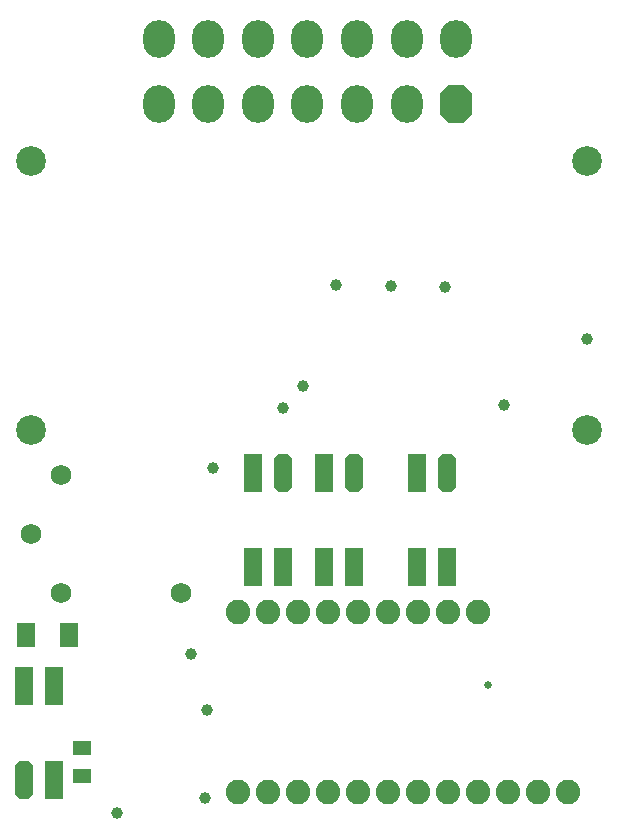
<source format=gts>
%FSLAX23Y23*%
%MOIN*%
G70*
G01*
G75*
G04 Layer_Color=8388736*
G04:AMPARAMS|DCode=10|XSize=51mil|YSize=118mil|CornerRadius=0mil|HoleSize=0mil|Usage=FLASHONLY|Rotation=0.000|XOffset=0mil|YOffset=0mil|HoleType=Round|Shape=Octagon|*
%AMOCTAGOND10*
4,1,8,-0.013,0.059,0.013,0.059,0.026,0.046,0.026,-0.046,0.013,-0.059,-0.013,-0.059,-0.026,-0.046,-0.026,0.046,-0.013,0.059,0.0*
%
%ADD10OCTAGOND10*%

%ADD11R,0.051X0.118*%
%ADD12R,0.051X0.073*%
%ADD13R,0.055X0.043*%
%ADD14C,0.059*%
%ADD15C,0.039*%
%ADD16C,0.020*%
%ADD17C,0.030*%
%ADD18C,0.020*%
%ADD19C,0.157*%
%ADD20C,0.010*%
%ADD21C,0.074*%
%ADD22O,0.098X0.118*%
G04:AMPARAMS|DCode=23|XSize=98mil|YSize=118mil|CornerRadius=0mil|HoleSize=0mil|Usage=FLASHONLY|Rotation=180.000|XOffset=0mil|YOffset=0mil|HoleType=Round|Shape=Octagon|*
%AMOCTAGOND23*
4,1,8,0.025,-0.059,-0.025,-0.059,-0.049,-0.034,-0.049,0.034,-0.025,0.059,0.025,0.059,0.049,0.034,0.049,-0.034,0.025,-0.059,0.0*
%
%ADD23OCTAGOND23*%

%ADD24C,0.091*%
%ADD25C,0.060*%
%ADD26C,0.031*%
%ADD27C,0.017*%
%ADD28R,0.047X0.026*%
%ADD29R,0.043X0.055*%
%ADD30C,0.008*%
%ADD31C,0.010*%
%ADD32C,0.008*%
%ADD33C,0.006*%
%ADD34C,0.010*%
%ADD35C,0.012*%
G04:AMPARAMS|DCode=36|XSize=59mil|YSize=126mil|CornerRadius=0mil|HoleSize=0mil|Usage=FLASHONLY|Rotation=0.000|XOffset=0mil|YOffset=0mil|HoleType=Round|Shape=Octagon|*
%AMOCTAGOND36*
4,1,8,-0.015,0.063,0.015,0.063,0.030,0.048,0.030,-0.048,0.015,-0.063,-0.015,-0.063,-0.030,-0.048,-0.030,0.048,-0.015,0.063,0.0*
%
%ADD36OCTAGOND36*%

%ADD37R,0.059X0.126*%
%ADD38R,0.059X0.081*%
%ADD39R,0.063X0.051*%
%ADD40C,0.082*%
%ADD41O,0.106X0.126*%
G04:AMPARAMS|DCode=42|XSize=106mil|YSize=126mil|CornerRadius=0mil|HoleSize=0mil|Usage=FLASHONLY|Rotation=180.000|XOffset=0mil|YOffset=0mil|HoleType=Round|Shape=Octagon|*
%AMOCTAGOND42*
4,1,8,0.027,-0.063,-0.027,-0.063,-0.053,-0.036,-0.053,0.036,-0.027,0.063,0.027,0.063,0.053,0.036,0.053,-0.036,0.027,-0.063,0.0*
%
%ADD42OCTAGOND42*%

%ADD43C,0.099*%
%ADD44C,0.068*%
%ADD45C,0.039*%
%ADD46C,0.025*%
D36*
X170Y160D02*
D03*
X1580Y1185D02*
D03*
X1270D02*
D03*
X1035D02*
D03*
D37*
X270Y160D02*
D03*
Y475D02*
D03*
X170D02*
D03*
X1480Y1185D02*
D03*
Y870D02*
D03*
X1580D02*
D03*
X1170Y1185D02*
D03*
Y870D02*
D03*
X1270D02*
D03*
X1035D02*
D03*
X935D02*
D03*
Y1185D02*
D03*
D38*
X179Y645D02*
D03*
X320D02*
D03*
D39*
X365Y173D02*
D03*
X365Y267D02*
D03*
D40*
X885Y120D02*
D03*
X985D02*
D03*
X1085D02*
D03*
X1185D02*
D03*
X1285D02*
D03*
X1385D02*
D03*
X1485D02*
D03*
X1585D02*
D03*
X1685D02*
D03*
X1785D02*
D03*
X1885D02*
D03*
X1985D02*
D03*
X1685Y720D02*
D03*
X1585D02*
D03*
X1485D02*
D03*
X1385D02*
D03*
X1285D02*
D03*
X1185D02*
D03*
X1085D02*
D03*
X985D02*
D03*
X885D02*
D03*
D41*
X620Y2630D02*
D03*
Y2413D02*
D03*
X785Y2630D02*
D03*
Y2413D02*
D03*
X951Y2630D02*
D03*
Y2413D02*
D03*
X1116Y2630D02*
D03*
Y2413D02*
D03*
X1281Y2630D02*
D03*
Y2413D02*
D03*
X1447Y2630D02*
D03*
Y2413D02*
D03*
X1612Y2630D02*
D03*
D42*
Y2413D02*
D03*
D43*
X2049Y2225D02*
D03*
Y1327D02*
D03*
X195D02*
D03*
Y2225D02*
D03*
D44*
Y980D02*
D03*
X293Y1177D02*
D03*
Y783D02*
D03*
X695D02*
D03*
D45*
X2049Y1631D02*
D03*
X727Y582D02*
D03*
X800Y1200D02*
D03*
X775Y100D02*
D03*
X780Y395D02*
D03*
X1035Y1400D02*
D03*
X1770Y1410D02*
D03*
X1100Y1475D02*
D03*
X1211Y1809D02*
D03*
X1393Y1808D02*
D03*
X1576Y1804D02*
D03*
X480Y50D02*
D03*
D46*
X1718Y478D02*
D03*
M02*

</source>
